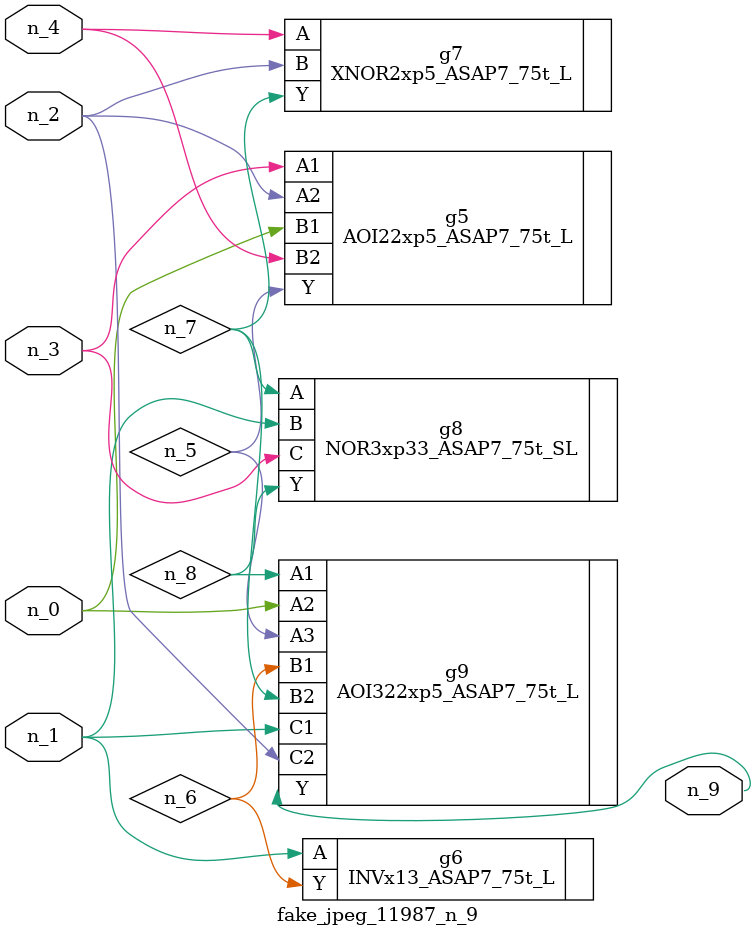
<source format=v>
module fake_jpeg_11987_n_9 (n_3, n_2, n_1, n_0, n_4, n_9);

input n_3;
input n_2;
input n_1;
input n_0;
input n_4;

output n_9;

wire n_8;
wire n_6;
wire n_5;
wire n_7;

AOI22xp5_ASAP7_75t_L g5 ( 
.A1(n_3),
.A2(n_2),
.B1(n_0),
.B2(n_4),
.Y(n_5)
);

INVx13_ASAP7_75t_L g6 ( 
.A(n_1),
.Y(n_6)
);

XNOR2xp5_ASAP7_75t_L g7 ( 
.A(n_4),
.B(n_2),
.Y(n_7)
);

NOR3xp33_ASAP7_75t_SL g8 ( 
.A(n_7),
.B(n_1),
.C(n_3),
.Y(n_8)
);

AOI322xp5_ASAP7_75t_L g9 ( 
.A1(n_8),
.A2(n_0),
.A3(n_5),
.B1(n_6),
.B2(n_7),
.C1(n_1),
.C2(n_2),
.Y(n_9)
);


endmodule
</source>
